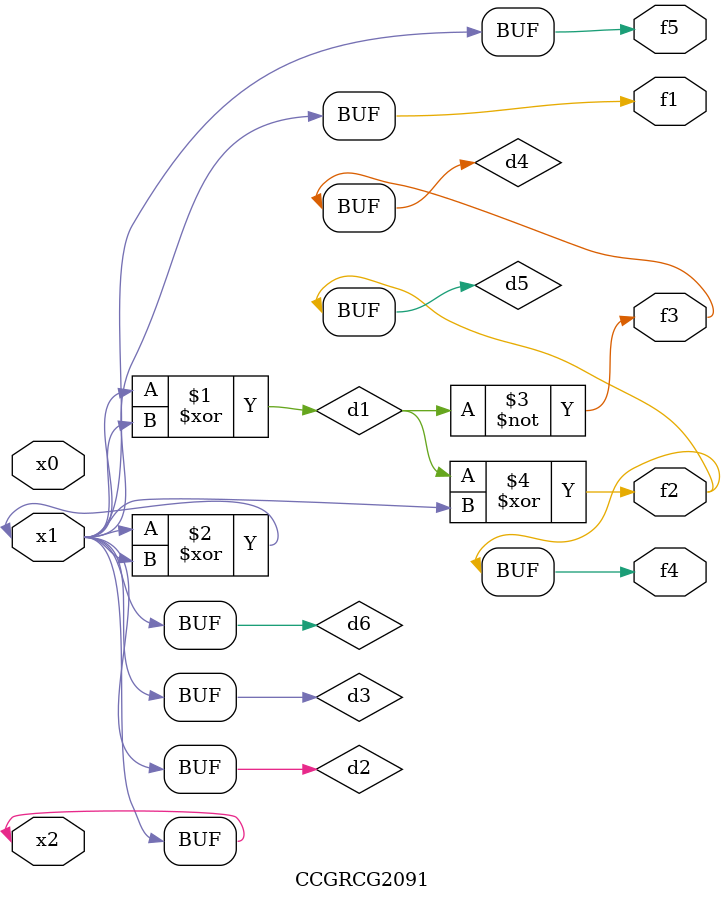
<source format=v>
module CCGRCG2091(
	input x0, x1, x2,
	output f1, f2, f3, f4, f5
);

	wire d1, d2, d3, d4, d5, d6;

	xor (d1, x1, x2);
	buf (d2, x1, x2);
	xor (d3, x1, x2);
	nor (d4, d1);
	xor (d5, d1, d2);
	buf (d6, d2, d3);
	assign f1 = d6;
	assign f2 = d5;
	assign f3 = d4;
	assign f4 = d5;
	assign f5 = d6;
endmodule

</source>
